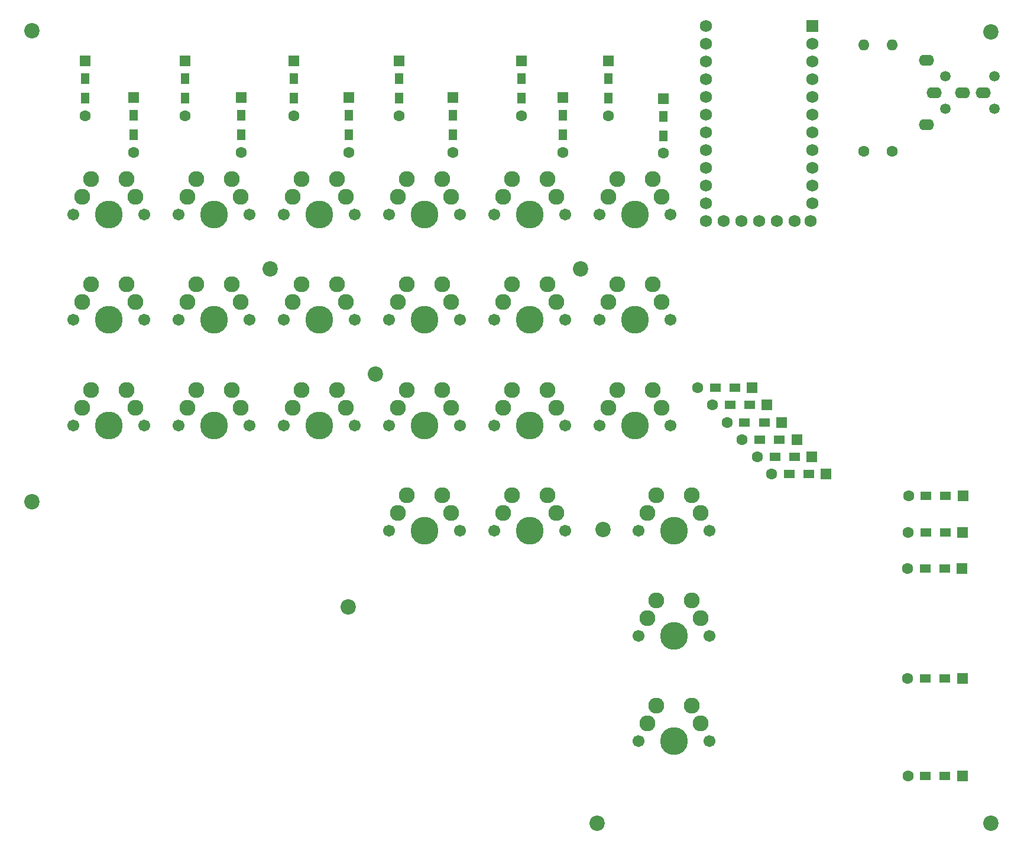
<source format=gbr>
%TF.GenerationSoftware,KiCad,Pcbnew,(6.0.5)*%
%TF.CreationDate,2022-05-16T23:14:11-04:00*%
%TF.ProjectId,keybert,6b657962-6572-4742-9e6b-696361645f70,0.0.1a*%
%TF.SameCoordinates,Original*%
%TF.FileFunction,Soldermask,Top*%
%TF.FilePolarity,Negative*%
%FSLAX46Y46*%
G04 Gerber Fmt 4.6, Leading zero omitted, Abs format (unit mm)*
G04 Created by KiCad (PCBNEW (6.0.5)) date 2022-05-16 23:14:11*
%MOMM*%
%LPD*%
G01*
G04 APERTURE LIST*
%ADD10C,2.200000*%
%ADD11C,1.600000*%
%ADD12O,1.600000X1.600000*%
%ADD13C,1.500000*%
%ADD14O,2.200000X1.600000*%
%ADD15C,1.701800*%
%ADD16C,3.987800*%
%ADD17C,2.286000*%
%ADD18R,1.600000X1.600000*%
%ADD19R,1.600000X1.200000*%
%ADD20R,1.200000X1.600000*%
%ADD21R,1.752600X1.752600*%
%ADD22C,1.752600*%
G04 APERTURE END LIST*
D10*
%TO.C,REF\u002A\u002A*%
X158798750Y-23158391D03*
%TD*%
D11*
%TO.C,R0*%
X144627500Y-40260891D03*
D12*
X144627500Y-25020891D03*
%TD*%
D10*
%TO.C,REF\u002A\u002A*%
X21480000Y-22999641D03*
%TD*%
D13*
%TO.C,J0*%
X159302500Y-34147141D03*
X152302500Y-29547141D03*
X159302500Y-29547141D03*
X152302500Y-34147141D03*
D14*
X149602500Y-27247141D03*
X149602500Y-36447141D03*
X150702500Y-31847141D03*
X154702500Y-31847141D03*
X157702500Y-31847141D03*
%TD*%
D10*
%TO.C,REF\u002A\u002A*%
X158798750Y-136505891D03*
%TD*%
D15*
%TO.C,MX19*%
X102760000Y-79514641D03*
X112920000Y-79514641D03*
D16*
X107840000Y-79514641D03*
D17*
X105300000Y-74434641D03*
X104030000Y-76974641D03*
X111650000Y-76974641D03*
X110380000Y-74434641D03*
%TD*%
D15*
%TO.C,MX11*%
X82757500Y-79514641D03*
X72597500Y-79514641D03*
D16*
X77677500Y-79514641D03*
D17*
X73867500Y-76974641D03*
X75137500Y-74434641D03*
X81487500Y-76974641D03*
X80217500Y-74434641D03*
%TD*%
D15*
%TO.C,MX20*%
X108316250Y-94595891D03*
D16*
X113396250Y-94595891D03*
D15*
X118476250Y-94595891D03*
D17*
X109586250Y-92055891D03*
X110856250Y-89515891D03*
X117206250Y-92055891D03*
X115936250Y-89515891D03*
%TD*%
D16*
%TO.C,MX12*%
X77677500Y-94595891D03*
D15*
X72597500Y-94595891D03*
X82757500Y-94595891D03*
D17*
X75137500Y-89515891D03*
X73867500Y-92055891D03*
X81487500Y-92055891D03*
X80217500Y-89515891D03*
%TD*%
D10*
%TO.C,REF\u002A\u002A*%
X66723750Y-105549641D03*
%TD*%
%TO.C,REF\u002A\u002A*%
X102442500Y-136505891D03*
%TD*%
D15*
%TO.C,MX18*%
X112920000Y-64433391D03*
D16*
X107840000Y-64433391D03*
D15*
X102760000Y-64433391D03*
D17*
X105300000Y-59353391D03*
X104030000Y-61893391D03*
X110380000Y-59353391D03*
X111650000Y-61893391D03*
%TD*%
D10*
%TO.C,REF\u002A\u002A*%
X55611250Y-57130891D03*
%TD*%
D15*
%TO.C,MX10*%
X72597500Y-64433391D03*
D16*
X77677500Y-64433391D03*
D15*
X82757500Y-64433391D03*
D17*
X75137500Y-59353391D03*
X73867500Y-61893391D03*
X80217500Y-59353391D03*
X81487500Y-61893391D03*
%TD*%
D15*
%TO.C,MX15*%
X87678750Y-79514641D03*
D16*
X92758750Y-79514641D03*
D15*
X97838750Y-79514641D03*
D17*
X90218750Y-74434641D03*
X88948750Y-76974641D03*
X96568750Y-76974641D03*
X95298750Y-74434641D03*
%TD*%
D16*
%TO.C,MX7*%
X62596250Y-64433391D03*
D15*
X67676250Y-64433391D03*
X57516250Y-64433391D03*
D17*
X60056250Y-59353391D03*
X58786250Y-61893391D03*
X66406250Y-61893391D03*
X65136250Y-59353391D03*
%TD*%
D15*
%TO.C,MX3*%
X42435000Y-49352141D03*
X52595000Y-49352141D03*
D16*
X47515000Y-49352141D03*
D17*
X44975000Y-44272141D03*
X43705000Y-46812141D03*
X51325000Y-46812141D03*
X50055000Y-44272141D03*
%TD*%
D16*
%TO.C,MX14*%
X92758750Y-64433391D03*
D15*
X97838750Y-64433391D03*
X87678750Y-64433391D03*
D17*
X90218750Y-59353391D03*
X88948750Y-61893391D03*
X95298750Y-59353391D03*
X96568750Y-61893391D03*
%TD*%
D10*
%TO.C,REF\u002A\u002A*%
X100061250Y-57130891D03*
%TD*%
%TO.C,REF\u002A\u002A*%
X21480000Y-90468391D03*
%TD*%
D16*
%TO.C,MX0*%
X32433750Y-49352141D03*
D15*
X27353750Y-49352141D03*
X37513750Y-49352141D03*
D17*
X28623750Y-46812141D03*
X29893750Y-44272141D03*
X34973750Y-44272141D03*
X36243750Y-46812141D03*
%TD*%
D16*
%TO.C,MX8*%
X62596250Y-79514641D03*
D15*
X67676250Y-79514641D03*
X57516250Y-79514641D03*
D17*
X60056250Y-74434641D03*
X58786250Y-76974641D03*
X66406250Y-76974641D03*
X65136250Y-74434641D03*
%TD*%
D10*
%TO.C,REF\u002A\u002A*%
X70692500Y-72212141D03*
%TD*%
D15*
%TO.C,MX22*%
X118476250Y-124758391D03*
D16*
X113396250Y-124758391D03*
D15*
X108316250Y-124758391D03*
D17*
X109586250Y-122218391D03*
X110856250Y-119678391D03*
X115936250Y-119678391D03*
X117206250Y-122218391D03*
%TD*%
D11*
%TO.C,R1*%
X140577500Y-40260891D03*
D12*
X140577500Y-25020891D03*
%TD*%
D15*
%TO.C,MX16*%
X87678750Y-94595891D03*
D16*
X92758750Y-94595891D03*
D15*
X97838750Y-94595891D03*
D17*
X90218750Y-89515891D03*
X88948750Y-92055891D03*
X95298750Y-89515891D03*
X96568750Y-92055891D03*
%TD*%
D10*
%TO.C,REF\u002A\u002A*%
X103236250Y-94437141D03*
%TD*%
D15*
%TO.C,MX13*%
X87678750Y-49352141D03*
X97838750Y-49352141D03*
D16*
X92758750Y-49352141D03*
D17*
X88948750Y-46812141D03*
X90218750Y-44272141D03*
X95298750Y-44272141D03*
X96568750Y-46812141D03*
%TD*%
D15*
%TO.C,MX21*%
X108316250Y-109677141D03*
D16*
X113396250Y-109677141D03*
D15*
X118476250Y-109677141D03*
D17*
X109586250Y-107137141D03*
X110856250Y-104597141D03*
X117206250Y-107137141D03*
X115936250Y-104597141D03*
%TD*%
D15*
%TO.C,MX17*%
X112920000Y-49352141D03*
X102760000Y-49352141D03*
D16*
X107840000Y-49352141D03*
D17*
X105300000Y-44272141D03*
X104030000Y-46812141D03*
X110380000Y-44272141D03*
X111650000Y-46812141D03*
%TD*%
D15*
%TO.C,MX6*%
X57516250Y-49352141D03*
X67676250Y-49352141D03*
D16*
X62596250Y-49352141D03*
D17*
X60056250Y-44272141D03*
X58786250Y-46812141D03*
X65136250Y-44272141D03*
X66406250Y-46812141D03*
%TD*%
D15*
%TO.C,MX4*%
X52595000Y-64433391D03*
X42435000Y-64433391D03*
D16*
X47515000Y-64433391D03*
D17*
X44975000Y-59353391D03*
X43705000Y-61893391D03*
X50055000Y-59353391D03*
X51325000Y-61893391D03*
%TD*%
D15*
%TO.C,MX2*%
X37513750Y-79514641D03*
D16*
X32433750Y-79514641D03*
D15*
X27353750Y-79514641D03*
D17*
X28623750Y-76974641D03*
X29893750Y-74434641D03*
X36243750Y-76974641D03*
X34973750Y-74434641D03*
%TD*%
D16*
%TO.C,MX9*%
X77677500Y-49352141D03*
D15*
X72597500Y-49352141D03*
X82757500Y-49352141D03*
D17*
X73867500Y-46812141D03*
X75137500Y-44272141D03*
X81487500Y-46812141D03*
X80217500Y-44272141D03*
%TD*%
D16*
%TO.C,MX5*%
X47515000Y-79514641D03*
D15*
X52595000Y-79514641D03*
X42435000Y-79514641D03*
D17*
X44975000Y-74434641D03*
X43705000Y-76974641D03*
X51325000Y-76974641D03*
X50055000Y-74434641D03*
%TD*%
D16*
%TO.C,MX1*%
X32433750Y-64433391D03*
D15*
X27353750Y-64433391D03*
X37513750Y-64433391D03*
D17*
X28623750Y-61893391D03*
X29893750Y-59353391D03*
X36243750Y-61893391D03*
X34973750Y-59353391D03*
%TD*%
D18*
%TO.C,D22*%
X154711250Y-129742141D03*
D19*
X152211250Y-129742141D03*
D11*
X146911250Y-129742141D03*
D19*
X149411250Y-129742141D03*
%TD*%
D20*
%TO.C,D4*%
X51401250Y-35092141D03*
D18*
X51401250Y-32592141D03*
D20*
X51401250Y-37892141D03*
D11*
X51401250Y-40392141D03*
%TD*%
D18*
%TO.C,D17*%
X104011250Y-27352141D03*
D20*
X104011250Y-29852141D03*
X104011250Y-32652141D03*
D11*
X104011250Y-35152141D03*
%TD*%
D19*
%TO.C,D19*%
X122101250Y-74122141D03*
D18*
X124601250Y-74122141D03*
D19*
X119301250Y-74122141D03*
D11*
X116801250Y-74122141D03*
%TD*%
D18*
%TO.C,D15*%
X126741250Y-76612141D03*
D19*
X124241250Y-76612141D03*
D11*
X118941250Y-76612141D03*
D19*
X121441250Y-76612141D03*
%TD*%
D18*
%TO.C,D3*%
X43371250Y-27352141D03*
D20*
X43371250Y-29852141D03*
D11*
X43371250Y-35152141D03*
D20*
X43371250Y-32652141D03*
%TD*%
%TO.C,D10*%
X81721250Y-35092141D03*
D18*
X81721250Y-32592141D03*
D11*
X81721250Y-40392141D03*
D20*
X81721250Y-37892141D03*
%TD*%
D19*
%TO.C,D16*%
X152251250Y-94862141D03*
D18*
X154751250Y-94862141D03*
D19*
X149451250Y-94862141D03*
D11*
X146951250Y-94862141D03*
%TD*%
D18*
%TO.C,D21*%
X154691250Y-115792141D03*
D19*
X152191250Y-115792141D03*
X149391250Y-115792141D03*
D11*
X146891250Y-115792141D03*
%TD*%
D18*
%TO.C,D20*%
X154781250Y-89662141D03*
D19*
X152281250Y-89662141D03*
X149481250Y-89662141D03*
D11*
X146981250Y-89662141D03*
%TD*%
D18*
%TO.C,D11*%
X128821250Y-79142141D03*
D19*
X126321250Y-79142141D03*
X123521250Y-79142141D03*
D11*
X121021250Y-79142141D03*
%TD*%
D20*
%TO.C,D13*%
X91551250Y-29852141D03*
D18*
X91551250Y-27352141D03*
D20*
X91551250Y-32652141D03*
D11*
X91551250Y-35152141D03*
%TD*%
D20*
%TO.C,D9*%
X74021250Y-29852141D03*
D18*
X74021250Y-27352141D03*
D11*
X74021250Y-35152141D03*
D20*
X74021250Y-32652141D03*
%TD*%
D18*
%TO.C,D8*%
X130981250Y-81592141D03*
D19*
X128481250Y-81592141D03*
D11*
X123181250Y-81592141D03*
D19*
X125681250Y-81592141D03*
%TD*%
D20*
%TO.C,D0*%
X29111250Y-29852141D03*
D18*
X29111250Y-27352141D03*
D11*
X29111250Y-35152141D03*
D20*
X29111250Y-32652141D03*
%TD*%
D18*
%TO.C,D18*%
X111891250Y-32742141D03*
D20*
X111891250Y-35242141D03*
X111891250Y-38042141D03*
D11*
X111891250Y-40542141D03*
%TD*%
D18*
%TO.C,D14*%
X97451250Y-32592141D03*
D20*
X97451250Y-35092141D03*
D11*
X97451250Y-40392141D03*
D20*
X97451250Y-37892141D03*
%TD*%
D18*
%TO.C,D2*%
X135201250Y-86482141D03*
D19*
X132701250Y-86482141D03*
D11*
X127401250Y-86482141D03*
D19*
X129901250Y-86482141D03*
%TD*%
D20*
%TO.C,D1*%
X35991250Y-35092141D03*
D18*
X35991250Y-32592141D03*
D11*
X35991250Y-40392141D03*
D20*
X35991250Y-37892141D03*
%TD*%
D19*
%TO.C,D12*%
X152151250Y-100002141D03*
D18*
X154651250Y-100002141D03*
D19*
X149351250Y-100002141D03*
D11*
X146851250Y-100002141D03*
%TD*%
D18*
%TO.C,D6*%
X58941250Y-27352141D03*
D20*
X58941250Y-29852141D03*
X58941250Y-32652141D03*
D11*
X58941250Y-35152141D03*
%TD*%
D18*
%TO.C,D7*%
X66801250Y-32592141D03*
D20*
X66801250Y-35092141D03*
D11*
X66801250Y-40392141D03*
D20*
X66801250Y-37892141D03*
%TD*%
D21*
%TO.C,MC-EC0*%
X133228270Y-22342911D03*
D22*
X133228270Y-24882911D03*
X133228270Y-27422911D03*
X133228270Y-29962911D03*
X133228270Y-32502911D03*
X133228270Y-35042911D03*
X133228270Y-37582911D03*
X133228270Y-40122911D03*
X133228270Y-42662911D03*
X133228270Y-45202911D03*
X133228270Y-47742911D03*
X132999670Y-50282911D03*
X117988270Y-50282911D03*
X117988270Y-47742911D03*
X117988270Y-45202911D03*
X117988270Y-42662911D03*
X117988270Y-40122911D03*
X117988270Y-37582911D03*
X117988270Y-35042911D03*
X117988270Y-32502911D03*
X117988270Y-29962911D03*
X117988270Y-27422911D03*
X117988270Y-24882911D03*
X117988270Y-22342911D03*
X130688270Y-50282911D03*
X128148270Y-50282911D03*
X125608270Y-50282911D03*
X123068270Y-50282911D03*
X120528270Y-50282911D03*
%TD*%
D19*
%TO.C,D5*%
X130671250Y-84032141D03*
D18*
X133171250Y-84032141D03*
D11*
X125371250Y-84032141D03*
D19*
X127871250Y-84032141D03*
%TD*%
M02*

</source>
